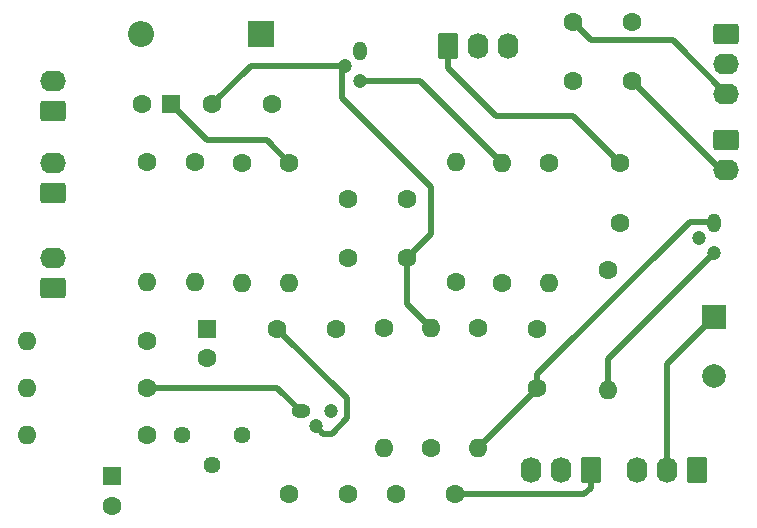
<source format=gbr>
%TF.GenerationSoftware,KiCad,Pcbnew,9.0.0*%
%TF.CreationDate,2025-05-08T12:22:06+01:00*%
%TF.ProjectId,BoxOfGilmour,426f784f-6647-4696-9c6d-6f75722e6b69,rev?*%
%TF.SameCoordinates,Original*%
%TF.FileFunction,Copper,L1,Top*%
%TF.FilePolarity,Positive*%
%FSLAX46Y46*%
G04 Gerber Fmt 4.6, Leading zero omitted, Abs format (unit mm)*
G04 Created by KiCad (PCBNEW 9.0.0) date 2025-05-08 12:22:06*
%MOMM*%
%LPD*%
G01*
G04 APERTURE LIST*
G04 Aperture macros list*
%AMRoundRect*
0 Rectangle with rounded corners*
0 $1 Rounding radius*
0 $2 $3 $4 $5 $6 $7 $8 $9 X,Y pos of 4 corners*
0 Add a 4 corners polygon primitive as box body*
4,1,4,$2,$3,$4,$5,$6,$7,$8,$9,$2,$3,0*
0 Add four circle primitives for the rounded corners*
1,1,$1+$1,$2,$3*
1,1,$1+$1,$4,$5*
1,1,$1+$1,$6,$7*
1,1,$1+$1,$8,$9*
0 Add four rect primitives between the rounded corners*
20,1,$1+$1,$2,$3,$4,$5,0*
20,1,$1+$1,$4,$5,$6,$7,0*
20,1,$1+$1,$6,$7,$8,$9,0*
20,1,$1+$1,$8,$9,$2,$3,0*%
G04 Aperture macros list end*
%TA.AperFunction,ComponentPad*%
%ADD10C,1.600000*%
%TD*%
%TA.AperFunction,ComponentPad*%
%ADD11O,1.600000X1.600000*%
%TD*%
%TA.AperFunction,ComponentPad*%
%ADD12R,2.000000X2.000000*%
%TD*%
%TA.AperFunction,ComponentPad*%
%ADD13C,2.000000*%
%TD*%
%TA.AperFunction,ComponentPad*%
%ADD14RoundRect,0.250000X-0.845000X0.620000X-0.845000X-0.620000X0.845000X-0.620000X0.845000X0.620000X0*%
%TD*%
%TA.AperFunction,ComponentPad*%
%ADD15O,2.190000X1.740000*%
%TD*%
%TA.AperFunction,ComponentPad*%
%ADD16RoundRect,0.250000X0.845000X-0.620000X0.845000X0.620000X-0.845000X0.620000X-0.845000X-0.620000X0*%
%TD*%
%TA.AperFunction,ComponentPad*%
%ADD17R,1.600000X1.600000*%
%TD*%
%TA.AperFunction,ComponentPad*%
%ADD18O,1.600000X1.200000*%
%TD*%
%TA.AperFunction,ComponentPad*%
%ADD19C,1.200000*%
%TD*%
%TA.AperFunction,ComponentPad*%
%ADD20R,2.200000X2.200000*%
%TD*%
%TA.AperFunction,ComponentPad*%
%ADD21O,2.200000X2.200000*%
%TD*%
%TA.AperFunction,ComponentPad*%
%ADD22RoundRect,0.250000X-0.620000X-0.845000X0.620000X-0.845000X0.620000X0.845000X-0.620000X0.845000X0*%
%TD*%
%TA.AperFunction,ComponentPad*%
%ADD23O,1.740000X2.190000*%
%TD*%
%TA.AperFunction,ComponentPad*%
%ADD24RoundRect,0.250000X0.620000X0.845000X-0.620000X0.845000X-0.620000X-0.845000X0.620000X-0.845000X0*%
%TD*%
%TA.AperFunction,ComponentPad*%
%ADD25C,1.440000*%
%TD*%
%TA.AperFunction,ComponentPad*%
%ADD26O,1.200000X1.600000*%
%TD*%
%TA.AperFunction,Conductor*%
%ADD27C,0.500000*%
%TD*%
G04 APERTURE END LIST*
D10*
%TO.P,C7,1*%
%TO.N,Net-(Q2-B)*%
X128000000Y-72000000D03*
%TO.P,C7,2*%
%TO.N,Earth*%
X128000000Y-67000000D03*
%TD*%
%TO.P,R6,1*%
%TO.N,Net-(Q1-C)*%
X126000000Y-77920000D03*
D11*
%TO.P,R6,2*%
%TO.N,Net-(C5-Pad2)*%
X126000000Y-88080000D03*
%TD*%
D10*
%TO.P,R14,1*%
%TO.N,+9V*%
X106000000Y-63840000D03*
D11*
%TO.P,R14,2*%
%TO.N,Net-(J5-Pin_2)*%
X106000000Y-74000000D03*
%TD*%
D12*
%TO.P,C10,1*%
%TO.N,Net-(J3-Pin_2)*%
X154000000Y-77000000D03*
D13*
%TO.P,C10,2*%
%TO.N,Earth*%
X154000000Y-82000000D03*
%TD*%
D10*
%TO.P,R4,1*%
%TO.N,Net-(C14-Pad1)*%
X118000000Y-63920000D03*
D11*
%TO.P,R4,2*%
%TO.N,Net-(Q1-C)*%
X118000000Y-74080000D03*
%TD*%
D14*
%TO.P,J4,1,Pin_1*%
%TO.N,Earth*%
X155000000Y-53000000D03*
D15*
%TO.P,J4,2,Pin_2*%
%TO.N,Net-(J4-Pin_2)*%
X155000000Y-55540000D03*
%TO.P,J4,3,Pin_3*%
%TO.N,Net-(J2-Pin_2)*%
X155000000Y-58080000D03*
%TD*%
D16*
%TO.P,J6,1,Pin_1*%
%TO.N,Earth*%
X98000000Y-74540000D03*
D15*
%TO.P,J6,2,Pin_2*%
%TO.N,Net-(J6-Pin_2)*%
X98000000Y-72000000D03*
%TD*%
D17*
%TO.P,C1,1*%
%TO.N,Net-(Q1-B)*%
X111000000Y-78000000D03*
D10*
%TO.P,C1,2*%
%TO.N,Net-(J6-Pin_2)*%
X111000000Y-80500000D03*
%TD*%
D18*
%TO.P,Q1,1,E*%
%TO.N,Net-(Q1-E)*%
X119000000Y-85000000D03*
D19*
%TO.P,Q1,2,B*%
%TO.N,Net-(Q1-B)*%
X120270000Y-86270000D03*
%TO.P,Q1,3,C*%
%TO.N,Net-(Q1-C)*%
X121540000Y-85000000D03*
%TD*%
D10*
%TO.P,C4,1*%
%TO.N,Net-(Q1-C)*%
X123000000Y-72000000D03*
%TO.P,C4,2*%
%TO.N,Net-(J1-Pin_2)*%
X123000000Y-67000000D03*
%TD*%
D20*
%TO.P,D2,1,K*%
%TO.N,+9V*%
X115580000Y-53000000D03*
D21*
%TO.P,D2,2,A*%
%TO.N,Earth*%
X105420000Y-53000000D03*
%TD*%
D10*
%TO.P,C11,1*%
%TO.N,Net-(C11-Pad1)*%
X146000000Y-69000000D03*
%TO.P,C11,2*%
%TO.N,Net-(J2-Pin_1)*%
X146000000Y-64000000D03*
%TD*%
D22*
%TO.P,J2,1,Pin_1*%
%TO.N,Net-(J2-Pin_1)*%
X131460000Y-54020000D03*
D23*
%TO.P,J2,2,Pin_2*%
%TO.N,Net-(J2-Pin_2)*%
X134000000Y-54020000D03*
%TO.P,J2,3,Pin_3*%
X136540000Y-54020000D03*
%TD*%
D24*
%TO.P,J3,1,Pin_1*%
%TO.N,Earth*%
X152540000Y-89980000D03*
D23*
%TO.P,J3,2,Pin_2*%
%TO.N,Net-(J3-Pin_2)*%
X150000000Y-89980000D03*
%TO.P,J3,3,Pin_3*%
%TO.N,Net-(J3-Pin_3)*%
X147460000Y-89980000D03*
%TD*%
D10*
%TO.P,C13,1*%
%TO.N,Net-(J4-Pin_2)*%
X147000000Y-57000000D03*
%TO.P,C13,2*%
%TO.N,Earth*%
X147000000Y-52000000D03*
%TD*%
D24*
%TO.P,J1,1,Pin_1*%
%TO.N,Net-(J1-Pin_1)*%
X143540000Y-89980000D03*
D23*
%TO.P,J1,2,Pin_2*%
%TO.N,Net-(J1-Pin_2)*%
X141000000Y-89980000D03*
%TO.P,J1,3,Pin_3*%
X138460000Y-89980000D03*
%TD*%
D10*
%TO.P,R12,1*%
%TO.N,Net-(Q2-B)*%
X134000000Y-77920000D03*
D11*
%TO.P,R12,2*%
%TO.N,Net-(J3-Pin_3)*%
X134000000Y-88080000D03*
%TD*%
D17*
%TO.P,C3,1*%
%TO.N,Net-(C3-Pad1)*%
X103000000Y-90500000D03*
D10*
%TO.P,C3,2*%
%TO.N,Earth*%
X103000000Y-93000000D03*
%TD*%
%TO.P,R13,1*%
%TO.N,+9V*%
X110000000Y-63840000D03*
D11*
%TO.P,R13,2*%
%TO.N,Net-(C14-Pad1)*%
X110000000Y-74000000D03*
%TD*%
D17*
%TO.P,C14,1*%
%TO.N,Net-(C14-Pad1)*%
X108000000Y-59000000D03*
D10*
%TO.P,C14,2*%
%TO.N,Earth*%
X105500000Y-59000000D03*
%TD*%
%TO.P,C12,1*%
%TO.N,Net-(J2-Pin_2)*%
X142000000Y-52000000D03*
%TO.P,C12,2*%
%TO.N,Earth*%
X142000000Y-57000000D03*
%TD*%
D25*
%TO.P,TR1(PGAIN)1,1,1*%
%TO.N,Net-(R5-Pad2)*%
X108920000Y-87000000D03*
%TO.P,TR1(PGAIN)1,2,2*%
%TO.N,Net-(C3-Pad1)*%
X111460000Y-89540000D03*
%TO.P,TR1(PGAIN)1,3,3*%
%TO.N,Earth*%
X114000000Y-87000000D03*
%TD*%
D10*
%TO.P,R10,1*%
%TO.N,Net-(C14-Pad1)*%
X140000000Y-64000000D03*
D11*
%TO.P,R10,2*%
%TO.N,Net-(C11-Pad1)*%
X140000000Y-74160000D03*
%TD*%
D16*
%TO.P,J10,1,Pin_1*%
%TO.N,Earth*%
X98000000Y-59540000D03*
D15*
%TO.P,J10,2,Pin_2*%
%TO.N,+9V*%
X98000000Y-57000000D03*
%TD*%
D14*
%TO.P,J7,1,Pin_1*%
%TO.N,Earth*%
X155000000Y-62000000D03*
D15*
%TO.P,J7,2,Pin_2*%
%TO.N,Net-(J4-Pin_2)*%
X155000000Y-64540000D03*
%TD*%
D26*
%TO.P,Q3,1,E*%
%TO.N,Net-(J3-Pin_3)*%
X154000000Y-69000000D03*
D19*
%TO.P,Q3,2,B*%
%TO.N,Net-(Q2-C)*%
X152730000Y-70270000D03*
%TO.P,Q3,3,C*%
%TO.N,Net-(Q3-C)*%
X154000000Y-71540000D03*
%TD*%
D10*
%TO.P,C5,1*%
%TO.N,Earth*%
X118000000Y-92000000D03*
%TO.P,C5,2*%
%TO.N,Net-(C5-Pad2)*%
X123000000Y-92000000D03*
%TD*%
%TO.P,C2,1*%
%TO.N,Net-(Q1-B)*%
X117000000Y-78000000D03*
%TO.P,C2,2*%
%TO.N,Net-(Q1-C)*%
X122000000Y-78000000D03*
%TD*%
%TO.P,C6,1*%
%TO.N,Net-(C5-Pad2)*%
X127000000Y-92000000D03*
%TO.P,C6,2*%
%TO.N,Net-(J1-Pin_1)*%
X132000000Y-92000000D03*
%TD*%
%TO.P,R9,1*%
%TO.N,Net-(Q2-B)*%
X136000000Y-74080000D03*
D11*
%TO.P,R9,2*%
%TO.N,Net-(Q2-C)*%
X136000000Y-63920000D03*
%TD*%
D10*
%TO.P,R2,1*%
%TO.N,Net-(C14-Pad1)*%
X114000000Y-63920000D03*
D11*
%TO.P,R2,2*%
%TO.N,Net-(Q1-B)*%
X114000000Y-74080000D03*
%TD*%
D10*
%TO.P,R8,1*%
%TO.N,Net-(Q2-C)*%
X132080000Y-74000000D03*
D11*
%TO.P,R8,2*%
%TO.N,Net-(C14-Pad1)*%
X132080000Y-63840000D03*
%TD*%
D10*
%TO.P,C8,1*%
%TO.N,Net-(Q2-B)*%
X111500000Y-59000000D03*
%TO.P,C8,2*%
%TO.N,Net-(Q2-C)*%
X116500000Y-59000000D03*
%TD*%
%TO.P,R5,1*%
%TO.N,Net-(Q1-E)*%
X106000000Y-83000000D03*
D11*
%TO.P,R5,2*%
%TO.N,Net-(R5-Pad2)*%
X95840000Y-83000000D03*
%TD*%
D10*
%TO.P,C9,1*%
%TO.N,Net-(Q2-B)*%
X139000000Y-78000000D03*
%TO.P,C9,2*%
%TO.N,Net-(J3-Pin_3)*%
X139000000Y-83000000D03*
%TD*%
D26*
%TO.P,Q2,1,E*%
%TO.N,Earth*%
X124000000Y-54460000D03*
D19*
%TO.P,Q2,2,B*%
%TO.N,Net-(Q2-B)*%
X122730000Y-55730000D03*
%TO.P,Q2,3,C*%
%TO.N,Net-(Q2-C)*%
X124000000Y-57000000D03*
%TD*%
D16*
%TO.P,J5,1,Pin_1*%
%TO.N,Earth*%
X98000000Y-66540000D03*
D15*
%TO.P,J5,2,Pin_2*%
%TO.N,Net-(J5-Pin_2)*%
X98000000Y-64000000D03*
%TD*%
D10*
%TO.P,R11,1*%
%TO.N,Net-(C11-Pad1)*%
X145000000Y-73000000D03*
D11*
%TO.P,R11,2*%
%TO.N,Net-(Q3-C)*%
X145000000Y-83160000D03*
%TD*%
D10*
%TO.P,R3,1*%
%TO.N,Net-(Q1-B)*%
X106000000Y-87000000D03*
D11*
%TO.P,R3,2*%
%TO.N,Earth*%
X95840000Y-87000000D03*
%TD*%
D10*
%TO.P,R7,1*%
%TO.N,Net-(J1-Pin_2)*%
X130000000Y-88080000D03*
D11*
%TO.P,R7,2*%
%TO.N,Net-(Q2-B)*%
X130000000Y-77920000D03*
%TD*%
D10*
%TO.P,R1,1*%
%TO.N,Net-(J6-Pin_2)*%
X106000000Y-79000000D03*
D11*
%TO.P,R1,2*%
%TO.N,Earth*%
X95840000Y-79000000D03*
%TD*%
D27*
%TO.N,Net-(Q1-B)*%
X122891000Y-83891000D02*
X122891000Y-85559603D01*
X122891000Y-85559603D02*
X121580603Y-86870000D01*
X117000000Y-78000000D02*
X122891000Y-83891000D01*
X120870000Y-86870000D02*
X120270000Y-86270000D01*
X121580603Y-86870000D02*
X120870000Y-86870000D01*
%TO.N,Net-(J1-Pin_1)*%
X143540000Y-91460000D02*
X143540000Y-89980000D01*
X132000000Y-92000000D02*
X143000000Y-92000000D01*
X143000000Y-92000000D02*
X143540000Y-91460000D01*
%TO.N,Net-(Q2-B)*%
X122500000Y-58500000D02*
X130000000Y-66000000D01*
X122730000Y-55730000D02*
X122500000Y-55960000D01*
X128000000Y-72000000D02*
X128000000Y-75920000D01*
X130000000Y-66000000D02*
X130000000Y-70000000D01*
X130000000Y-70000000D02*
X128000000Y-72000000D01*
X114770000Y-55730000D02*
X122730000Y-55730000D01*
X122500000Y-55960000D02*
X122500000Y-58500000D01*
X111500000Y-59000000D02*
X114770000Y-55730000D01*
X128000000Y-75920000D02*
X130000000Y-77920000D01*
%TO.N,Net-(Q2-C)*%
X129080000Y-57000000D02*
X136000000Y-63920000D01*
X124000000Y-57000000D02*
X129080000Y-57000000D01*
%TO.N,Net-(J3-Pin_3)*%
X153919000Y-68919000D02*
X154000000Y-69000000D01*
X134000000Y-88080000D02*
X139000000Y-83080000D01*
X139000000Y-83000000D02*
X139000000Y-81868630D01*
X151949630Y-68919000D02*
X153919000Y-68919000D01*
X139000000Y-83080000D02*
X139000000Y-83000000D01*
X139000000Y-81868630D02*
X151949630Y-68919000D01*
%TO.N,Net-(J3-Pin_2)*%
X150000000Y-81000000D02*
X154000000Y-77000000D01*
X150000000Y-89980000D02*
X150000000Y-81000000D01*
%TO.N,Net-(J2-Pin_1)*%
X135500000Y-60000000D02*
X142000000Y-60000000D01*
X131460000Y-54020000D02*
X131460000Y-55960000D01*
X142000000Y-60000000D02*
X146000000Y-64000000D01*
X131460000Y-55960000D02*
X135500000Y-60000000D01*
%TO.N,Net-(J2-Pin_2)*%
X142000000Y-52000000D02*
X143551000Y-53551000D01*
X150471000Y-53551000D02*
X155000000Y-58080000D01*
X143551000Y-53551000D02*
X150471000Y-53551000D01*
%TO.N,Net-(J4-Pin_2)*%
X147000000Y-57000000D02*
X154540000Y-64540000D01*
X154540000Y-64540000D02*
X155000000Y-64540000D01*
%TO.N,Net-(C14-Pad1)*%
X111000000Y-62000000D02*
X116080000Y-62000000D01*
X116080000Y-62000000D02*
X118000000Y-63920000D01*
X108000000Y-59000000D02*
X111000000Y-62000000D01*
%TO.N,Net-(Q1-E)*%
X106000000Y-83000000D02*
X117000000Y-83000000D01*
X117000000Y-83000000D02*
X119000000Y-85000000D01*
%TO.N,Net-(Q3-C)*%
X145000000Y-83160000D02*
X145000000Y-80540000D01*
X145000000Y-80540000D02*
X154000000Y-71540000D01*
%TD*%
M02*

</source>
